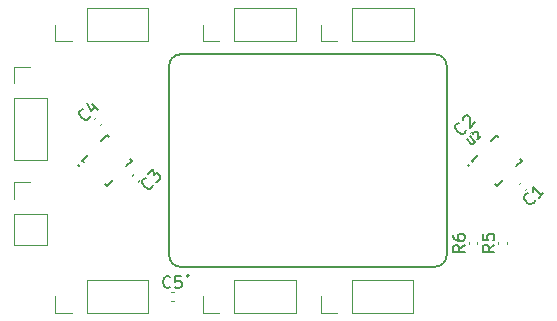
<source format=gbr>
%TF.GenerationSoftware,KiCad,Pcbnew,9.0.6*%
%TF.CreationDate,2025-12-17T16:55:42-07:00*%
%TF.ProjectId,fizzbee,66697a7a-6265-4652-9e6b-696361645f70,rev?*%
%TF.SameCoordinates,Original*%
%TF.FileFunction,Legend,Top*%
%TF.FilePolarity,Positive*%
%FSLAX46Y46*%
G04 Gerber Fmt 4.6, Leading zero omitted, Abs format (unit mm)*
G04 Created by KiCad (PCBNEW 9.0.6) date 2025-12-17 16:55:42*
%MOMM*%
%LPD*%
G01*
G04 APERTURE LIST*
%ADD10C,0.150000*%
%ADD11C,0.120000*%
%ADD12C,0.127000*%
%ADD13C,0.140000*%
%ADD14C,0.200000*%
G04 APERTURE END LIST*
D10*
X126816167Y-91051868D02*
X126816167Y-91119212D01*
X126816167Y-91119212D02*
X126748823Y-91253899D01*
X126748823Y-91253899D02*
X126681480Y-91321242D01*
X126681480Y-91321242D02*
X126546793Y-91388586D01*
X126546793Y-91388586D02*
X126412106Y-91388586D01*
X126412106Y-91388586D02*
X126311091Y-91354914D01*
X126311091Y-91354914D02*
X126142732Y-91253899D01*
X126142732Y-91253899D02*
X126041717Y-91152884D01*
X126041717Y-91152884D02*
X125940701Y-90984525D01*
X125940701Y-90984525D02*
X125907030Y-90883510D01*
X125907030Y-90883510D02*
X125907030Y-90748823D01*
X125907030Y-90748823D02*
X125974373Y-90614136D01*
X125974373Y-90614136D02*
X126041717Y-90546792D01*
X126041717Y-90546792D02*
X126176404Y-90479449D01*
X126176404Y-90479449D02*
X126243747Y-90479449D01*
X127018197Y-90041716D02*
X127489602Y-90513120D01*
X126580465Y-89940701D02*
X126917182Y-90614136D01*
X126917182Y-90614136D02*
X127354915Y-90176403D01*
X161048265Y-101979006D02*
X160572074Y-102312339D01*
X161048265Y-102550434D02*
X160048265Y-102550434D01*
X160048265Y-102550434D02*
X160048265Y-102169482D01*
X160048265Y-102169482D02*
X160095884Y-102074244D01*
X160095884Y-102074244D02*
X160143503Y-102026625D01*
X160143503Y-102026625D02*
X160238741Y-101979006D01*
X160238741Y-101979006D02*
X160381598Y-101979006D01*
X160381598Y-101979006D02*
X160476836Y-102026625D01*
X160476836Y-102026625D02*
X160524455Y-102074244D01*
X160524455Y-102074244D02*
X160572074Y-102169482D01*
X160572074Y-102169482D02*
X160572074Y-102550434D01*
X160048265Y-101074244D02*
X160048265Y-101550434D01*
X160048265Y-101550434D02*
X160524455Y-101598053D01*
X160524455Y-101598053D02*
X160476836Y-101550434D01*
X160476836Y-101550434D02*
X160429217Y-101455196D01*
X160429217Y-101455196D02*
X160429217Y-101217101D01*
X160429217Y-101217101D02*
X160476836Y-101121863D01*
X160476836Y-101121863D02*
X160524455Y-101074244D01*
X160524455Y-101074244D02*
X160619693Y-101026625D01*
X160619693Y-101026625D02*
X160857788Y-101026625D01*
X160857788Y-101026625D02*
X160953026Y-101074244D01*
X160953026Y-101074244D02*
X161000646Y-101121863D01*
X161000646Y-101121863D02*
X161048265Y-101217101D01*
X161048265Y-101217101D02*
X161048265Y-101455196D01*
X161048265Y-101455196D02*
X161000646Y-101550434D01*
X161000646Y-101550434D02*
X160953026Y-101598053D01*
X158733810Y-93029679D02*
X159101145Y-93397015D01*
X159101145Y-93397015D02*
X159165969Y-93418623D01*
X159165969Y-93418623D02*
X159209185Y-93418623D01*
X159209185Y-93418623D02*
X159274009Y-93397015D01*
X159274009Y-93397015D02*
X159360441Y-93310583D01*
X159360441Y-93310583D02*
X159382049Y-93245759D01*
X159382049Y-93245759D02*
X159382049Y-93202543D01*
X159382049Y-93202543D02*
X159360441Y-93137719D01*
X159360441Y-93137719D02*
X158993106Y-92770383D01*
X159230793Y-92619128D02*
X159230793Y-92575912D01*
X159230793Y-92575912D02*
X159252401Y-92511088D01*
X159252401Y-92511088D02*
X159360441Y-92403048D01*
X159360441Y-92403048D02*
X159425265Y-92381440D01*
X159425265Y-92381440D02*
X159468481Y-92381440D01*
X159468481Y-92381440D02*
X159533305Y-92403048D01*
X159533305Y-92403048D02*
X159576521Y-92446264D01*
X159576521Y-92446264D02*
X159619737Y-92532696D01*
X159619737Y-92532696D02*
X159619737Y-93051287D01*
X159619737Y-93051287D02*
X159900640Y-92770384D01*
X133606779Y-105531920D02*
X133559160Y-105579540D01*
X133559160Y-105579540D02*
X133416303Y-105627159D01*
X133416303Y-105627159D02*
X133321065Y-105627159D01*
X133321065Y-105627159D02*
X133178208Y-105579540D01*
X133178208Y-105579540D02*
X133082970Y-105484301D01*
X133082970Y-105484301D02*
X133035351Y-105389063D01*
X133035351Y-105389063D02*
X132987732Y-105198587D01*
X132987732Y-105198587D02*
X132987732Y-105055730D01*
X132987732Y-105055730D02*
X133035351Y-104865254D01*
X133035351Y-104865254D02*
X133082970Y-104770016D01*
X133082970Y-104770016D02*
X133178208Y-104674778D01*
X133178208Y-104674778D02*
X133321065Y-104627159D01*
X133321065Y-104627159D02*
X133416303Y-104627159D01*
X133416303Y-104627159D02*
X133559160Y-104674778D01*
X133559160Y-104674778D02*
X133606779Y-104722397D01*
X134511541Y-104627159D02*
X134035351Y-104627159D01*
X134035351Y-104627159D02*
X133987732Y-105103349D01*
X133987732Y-105103349D02*
X134035351Y-105055730D01*
X134035351Y-105055730D02*
X134130589Y-105008111D01*
X134130589Y-105008111D02*
X134368684Y-105008111D01*
X134368684Y-105008111D02*
X134463922Y-105055730D01*
X134463922Y-105055730D02*
X134511541Y-105103349D01*
X134511541Y-105103349D02*
X134559160Y-105198587D01*
X134559160Y-105198587D02*
X134559160Y-105436682D01*
X134559160Y-105436682D02*
X134511541Y-105531920D01*
X134511541Y-105531920D02*
X134463922Y-105579540D01*
X134463922Y-105579540D02*
X134368684Y-105627159D01*
X134368684Y-105627159D02*
X134130589Y-105627159D01*
X134130589Y-105627159D02*
X134035351Y-105579540D01*
X134035351Y-105579540D02*
X133987732Y-105531920D01*
X158548265Y-101999006D02*
X158072074Y-102332339D01*
X158548265Y-102570434D02*
X157548265Y-102570434D01*
X157548265Y-102570434D02*
X157548265Y-102189482D01*
X157548265Y-102189482D02*
X157595884Y-102094244D01*
X157595884Y-102094244D02*
X157643503Y-102046625D01*
X157643503Y-102046625D02*
X157738741Y-101999006D01*
X157738741Y-101999006D02*
X157881598Y-101999006D01*
X157881598Y-101999006D02*
X157976836Y-102046625D01*
X157976836Y-102046625D02*
X158024455Y-102094244D01*
X158024455Y-102094244D02*
X158072074Y-102189482D01*
X158072074Y-102189482D02*
X158072074Y-102570434D01*
X157548265Y-101141863D02*
X157548265Y-101332339D01*
X157548265Y-101332339D02*
X157595884Y-101427577D01*
X157595884Y-101427577D02*
X157643503Y-101475196D01*
X157643503Y-101475196D02*
X157786360Y-101570434D01*
X157786360Y-101570434D02*
X157976836Y-101618053D01*
X157976836Y-101618053D02*
X158357788Y-101618053D01*
X158357788Y-101618053D02*
X158453026Y-101570434D01*
X158453026Y-101570434D02*
X158500646Y-101522815D01*
X158500646Y-101522815D02*
X158548265Y-101427577D01*
X158548265Y-101427577D02*
X158548265Y-101237101D01*
X158548265Y-101237101D02*
X158500646Y-101141863D01*
X158500646Y-101141863D02*
X158453026Y-101094244D01*
X158453026Y-101094244D02*
X158357788Y-101046625D01*
X158357788Y-101046625D02*
X158119693Y-101046625D01*
X158119693Y-101046625D02*
X158024455Y-101094244D01*
X158024455Y-101094244D02*
X157976836Y-101141863D01*
X157976836Y-101141863D02*
X157929217Y-101237101D01*
X157929217Y-101237101D02*
X157929217Y-101427577D01*
X157929217Y-101427577D02*
X157976836Y-101522815D01*
X157976836Y-101522815D02*
X158024455Y-101570434D01*
X158024455Y-101570434D02*
X158119693Y-101618053D01*
X132136411Y-96872112D02*
X132136411Y-96939456D01*
X132136411Y-96939456D02*
X132069067Y-97074143D01*
X132069067Y-97074143D02*
X132001724Y-97141486D01*
X132001724Y-97141486D02*
X131867037Y-97208830D01*
X131867037Y-97208830D02*
X131732350Y-97208830D01*
X131732350Y-97208830D02*
X131631335Y-97175158D01*
X131631335Y-97175158D02*
X131462976Y-97074143D01*
X131462976Y-97074143D02*
X131361961Y-96973128D01*
X131361961Y-96973128D02*
X131260945Y-96804769D01*
X131260945Y-96804769D02*
X131227274Y-96703754D01*
X131227274Y-96703754D02*
X131227274Y-96569067D01*
X131227274Y-96569067D02*
X131294617Y-96434380D01*
X131294617Y-96434380D02*
X131361961Y-96367036D01*
X131361961Y-96367036D02*
X131496648Y-96299693D01*
X131496648Y-96299693D02*
X131563991Y-96299693D01*
X131732350Y-95996647D02*
X132170083Y-95558914D01*
X132170083Y-95558914D02*
X132203754Y-96063990D01*
X132203754Y-96063990D02*
X132304770Y-95962975D01*
X132304770Y-95962975D02*
X132405785Y-95929303D01*
X132405785Y-95929303D02*
X132473128Y-95929303D01*
X132473128Y-95929303D02*
X132574144Y-95962975D01*
X132574144Y-95962975D02*
X132742502Y-96131334D01*
X132742502Y-96131334D02*
X132776174Y-96232349D01*
X132776174Y-96232349D02*
X132776174Y-96299693D01*
X132776174Y-96299693D02*
X132742502Y-96400708D01*
X132742502Y-96400708D02*
X132540472Y-96602738D01*
X132540472Y-96602738D02*
X132439457Y-96636410D01*
X132439457Y-96636410D02*
X132372113Y-96636410D01*
X158655578Y-92212457D02*
X158655578Y-92279801D01*
X158655578Y-92279801D02*
X158588234Y-92414488D01*
X158588234Y-92414488D02*
X158520891Y-92481831D01*
X158520891Y-92481831D02*
X158386204Y-92549175D01*
X158386204Y-92549175D02*
X158251517Y-92549175D01*
X158251517Y-92549175D02*
X158150502Y-92515503D01*
X158150502Y-92515503D02*
X157982143Y-92414488D01*
X157982143Y-92414488D02*
X157881128Y-92313473D01*
X157881128Y-92313473D02*
X157780112Y-92145114D01*
X157780112Y-92145114D02*
X157746441Y-92044099D01*
X157746441Y-92044099D02*
X157746441Y-91909412D01*
X157746441Y-91909412D02*
X157813784Y-91774725D01*
X157813784Y-91774725D02*
X157881128Y-91707381D01*
X157881128Y-91707381D02*
X158015815Y-91640038D01*
X158015815Y-91640038D02*
X158083158Y-91640038D01*
X158352532Y-91370664D02*
X158352532Y-91303320D01*
X158352532Y-91303320D02*
X158386204Y-91202305D01*
X158386204Y-91202305D02*
X158554563Y-91033946D01*
X158554563Y-91033946D02*
X158655578Y-91000274D01*
X158655578Y-91000274D02*
X158722921Y-91000274D01*
X158722921Y-91000274D02*
X158823937Y-91033946D01*
X158823937Y-91033946D02*
X158891280Y-91101290D01*
X158891280Y-91101290D02*
X158958624Y-91235977D01*
X158958624Y-91235977D02*
X158958624Y-92044099D01*
X158958624Y-92044099D02*
X159396356Y-91606366D01*
X164456655Y-98192356D02*
X164456655Y-98259700D01*
X164456655Y-98259700D02*
X164389311Y-98394387D01*
X164389311Y-98394387D02*
X164321968Y-98461730D01*
X164321968Y-98461730D02*
X164187281Y-98529074D01*
X164187281Y-98529074D02*
X164052594Y-98529074D01*
X164052594Y-98529074D02*
X163951579Y-98495402D01*
X163951579Y-98495402D02*
X163783220Y-98394387D01*
X163783220Y-98394387D02*
X163682205Y-98293372D01*
X163682205Y-98293372D02*
X163581189Y-98125013D01*
X163581189Y-98125013D02*
X163547518Y-98023998D01*
X163547518Y-98023998D02*
X163547518Y-97889311D01*
X163547518Y-97889311D02*
X163614861Y-97754624D01*
X163614861Y-97754624D02*
X163682205Y-97687280D01*
X163682205Y-97687280D02*
X163816892Y-97619937D01*
X163816892Y-97619937D02*
X163884235Y-97619937D01*
X165197433Y-97586265D02*
X164793372Y-97990326D01*
X164995403Y-97788295D02*
X164288296Y-97081189D01*
X164288296Y-97081189D02*
X164321968Y-97249547D01*
X164321968Y-97249547D02*
X164321968Y-97384234D01*
X164321968Y-97384234D02*
X164288296Y-97485250D01*
D11*
%TO.C,C4*%
X127169190Y-91321693D02*
X127321693Y-91169190D01*
X127678307Y-91830810D02*
X127830810Y-91678307D01*
%TO.C,J7*%
X123873446Y-107712340D02*
X123873446Y-106332340D01*
X125253446Y-107712340D02*
X123873446Y-107712340D01*
X126523446Y-104952340D02*
X131713446Y-104952340D01*
X126523446Y-107712340D02*
X126523446Y-104952340D01*
X126523446Y-107712340D02*
X131713446Y-107712340D01*
X131713446Y-107712340D02*
X131713446Y-104952340D01*
%TO.C,R5*%
X161393446Y-101920176D02*
X161393446Y-101704504D01*
X162113446Y-101920176D02*
X162113446Y-101704504D01*
%TO.C,J4*%
X136373446Y-84712340D02*
X136373446Y-83332340D01*
X137753446Y-84712340D02*
X136373446Y-84712340D01*
X139023446Y-81952340D02*
X144213446Y-81952340D01*
X139023446Y-84712340D02*
X139023446Y-81952340D01*
X139023446Y-84712340D02*
X144213446Y-84712340D01*
X144213446Y-84712340D02*
X144213446Y-81952340D01*
D12*
%TO.C,U2*%
X159132126Y-94832340D02*
X159627100Y-94337365D01*
X159273547Y-94973761D02*
X159132126Y-94832340D01*
X160758471Y-93205994D02*
X161253446Y-92711020D01*
X161253446Y-92711020D02*
X161394867Y-92852441D01*
X161253446Y-96953660D02*
X161112025Y-96812239D01*
X161748421Y-96458686D02*
X161253446Y-96953660D01*
X162879792Y-95327315D02*
X163374766Y-94832340D01*
X163374766Y-94832340D02*
X163233345Y-94690919D01*
D13*
X158919282Y-95256604D02*
G75*
G02*
X158779284Y-95256604I-69999J0D01*
G01*
X158779284Y-95256604D02*
G75*
G02*
X158919282Y-95256604I69999J0D01*
G01*
D11*
%TO.C,J1*%
X120373446Y-96677340D02*
X121753446Y-96677340D01*
X120373446Y-98057340D02*
X120373446Y-96677340D01*
X120373446Y-99327340D02*
X120373446Y-101977340D01*
X120373446Y-99327340D02*
X123133446Y-99327340D01*
X120373446Y-101977340D02*
X123133446Y-101977340D01*
X123133446Y-99327340D02*
X123133446Y-101977340D01*
%TO.C,C5*%
X133665610Y-105972340D02*
X133881282Y-105972340D01*
X133665610Y-106692340D02*
X133881282Y-106692340D01*
%TO.C,J6*%
X123873446Y-84712340D02*
X123873446Y-83332340D01*
X125253446Y-84712340D02*
X123873446Y-84712340D01*
X126523446Y-81952340D02*
X131713446Y-81952340D01*
X126523446Y-84712340D02*
X126523446Y-81952340D01*
X126523446Y-84712340D02*
X131713446Y-84712340D01*
X131713446Y-84712340D02*
X131713446Y-81952340D01*
%TO.C,R6*%
X158893446Y-101940176D02*
X158893446Y-101724504D01*
X159613446Y-101940176D02*
X159613446Y-101724504D01*
%TO.C,J5*%
X146373446Y-84712340D02*
X146373446Y-83332340D01*
X147753446Y-84712340D02*
X146373446Y-84712340D01*
X149023446Y-81952340D02*
X154213446Y-81952340D01*
X149023446Y-84712340D02*
X149023446Y-81952340D01*
X149023446Y-84712340D02*
X154213446Y-84712340D01*
X154213446Y-84712340D02*
X154213446Y-81952340D01*
%TO.C,J3*%
X146333446Y-107712340D02*
X146333446Y-106332340D01*
X147713446Y-107712340D02*
X146333446Y-107712340D01*
X148983446Y-104952340D02*
X154173446Y-104952340D01*
X148983446Y-107712340D02*
X148983446Y-104952340D01*
X148983446Y-107712340D02*
X154173446Y-107712340D01*
X154173446Y-107712340D02*
X154173446Y-104952340D01*
D12*
%TO.C,U3*%
X126132126Y-94832340D02*
X126627100Y-94337365D01*
X126273547Y-94973761D02*
X126132126Y-94832340D01*
X127758471Y-93205994D02*
X128253446Y-92711020D01*
X128253446Y-92711020D02*
X128394867Y-92852441D01*
X128253446Y-96953660D02*
X128112025Y-96812239D01*
X128748421Y-96458686D02*
X128253446Y-96953660D01*
X129879792Y-95327315D02*
X130374766Y-94832340D01*
X130374766Y-94832340D02*
X130233345Y-94690919D01*
D13*
X125919282Y-95256604D02*
G75*
G02*
X125779284Y-95256604I-69999J0D01*
G01*
X125779284Y-95256604D02*
G75*
G02*
X125919282Y-95256604I69999J0D01*
G01*
D11*
%TO.C,C3*%
X130329779Y-96161104D02*
X130482282Y-96008601D01*
X130838896Y-96670221D02*
X130991399Y-96517718D01*
%TO.C,C2*%
X159008601Y-92482282D02*
X159161104Y-92329779D01*
X159517718Y-92991399D02*
X159670221Y-92838896D01*
%TO.C,J8*%
X120373446Y-86912340D02*
X121753446Y-86912340D01*
X120373446Y-88292340D02*
X120373446Y-86912340D01*
X120373446Y-89562340D02*
X120373446Y-94752340D01*
X120373446Y-89562340D02*
X123133446Y-89562340D01*
X120373446Y-94752340D02*
X123133446Y-94752340D01*
X123133446Y-89562340D02*
X123133446Y-94752340D01*
%TO.C,J2*%
X136373446Y-107712340D02*
X136373446Y-106332340D01*
X137753446Y-107712340D02*
X136373446Y-107712340D01*
X139023446Y-104952340D02*
X144213446Y-104952340D01*
X139023446Y-107712340D02*
X139023446Y-104952340D01*
X139023446Y-107712340D02*
X144213446Y-107712340D01*
X144213446Y-107712340D02*
X144213446Y-104952340D01*
D12*
%TO.C,U1*%
X133503446Y-90502340D02*
X133503446Y-86832340D01*
X133503446Y-99442340D02*
X133503446Y-90502340D01*
X133503446Y-102832340D02*
X133503446Y-99442340D01*
X134503446Y-85832340D02*
X156003446Y-85832340D01*
X156003446Y-103832340D02*
X134503446Y-103832340D01*
X157003446Y-86832340D02*
X157003446Y-102832340D01*
X133503446Y-86832340D02*
G75*
G02*
X134503446Y-85832340I1000000J0D01*
G01*
X134503446Y-103832340D02*
G75*
G02*
X133503446Y-102832340I-1J999999D01*
G01*
X156003446Y-85832340D02*
G75*
G02*
X157003446Y-86832340I0J-1000000D01*
G01*
X157003446Y-102832340D02*
G75*
G02*
X156003446Y-103832340I-999999J-1D01*
G01*
D14*
X135193446Y-104582340D02*
G75*
G02*
X134993446Y-104582340I-100000J0D01*
G01*
X134993446Y-104582340D02*
G75*
G02*
X135193446Y-104582340I100000J0D01*
G01*
D11*
%TO.C,C1*%
X163321693Y-96669190D02*
X163169190Y-96821693D01*
X163830810Y-97178307D02*
X163678307Y-97330810D01*
%TD*%
M02*

</source>
